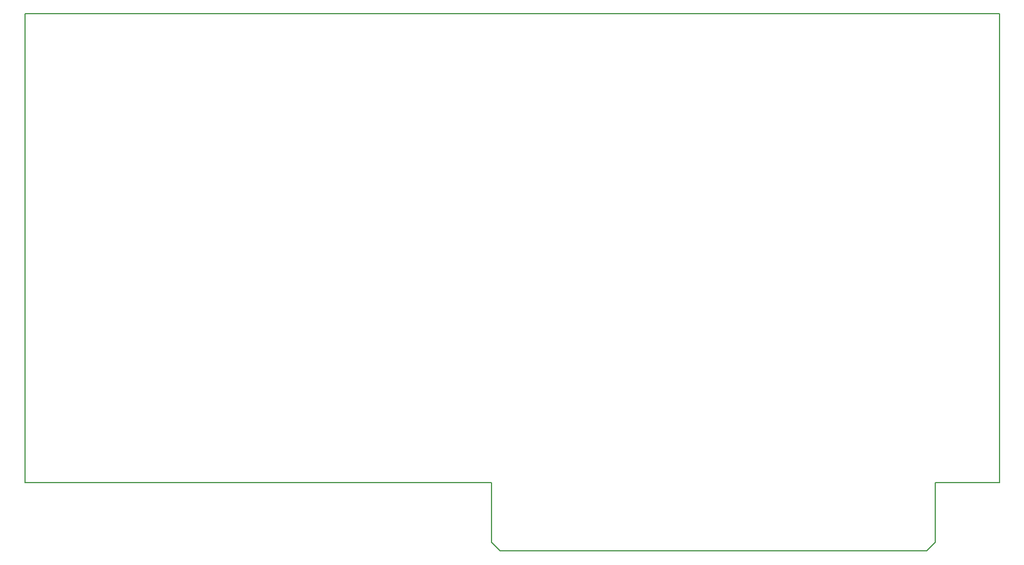
<source format=gm1>
G04 #@! TF.GenerationSoftware,KiCad,Pcbnew,5.0.2-bee76a0~70~ubuntu18.04.1*
G04 #@! TF.CreationDate,2019-01-09T00:27:28-05:00*
G04 #@! TF.ProjectId,hvboard,6876626f-6172-4642-9e6b-696361645f70,1*
G04 #@! TF.SameCoordinates,Original*
G04 #@! TF.FileFunction,Profile,NP*
%FSLAX46Y46*%
G04 Gerber Fmt 4.6, Leading zero omitted, Abs format (unit mm)*
G04 Created by KiCad (PCBNEW 5.0.2-bee76a0~70~ubuntu18.04.1) date Wed 09 Jan 2019 12:27:28 AM EST*
%MOMM*%
%LPD*%
G01*
G04 APERTURE LIST*
%ADD10C,0.150000*%
G04 APERTURE END LIST*
D10*
X64770000Y-130810000D02*
X110109000Y-130810000D01*
X64770000Y-60960000D02*
X64770000Y-130810000D01*
X209804000Y-60960000D02*
X64770000Y-60960000D01*
X110109000Y-130810000D02*
X134239000Y-130810000D01*
X209804000Y-130810000D02*
X209804000Y-60960000D01*
X200279000Y-130810000D02*
X209804000Y-130810000D01*
X200279000Y-139700000D02*
X200279000Y-130810000D01*
X199009000Y-140970000D02*
X200279000Y-139700000D01*
X135509000Y-140970000D02*
X199009000Y-140970000D01*
X134239000Y-139700000D02*
X135509000Y-140970000D01*
X134239000Y-130810000D02*
X134239000Y-139700000D01*
M02*

</source>
